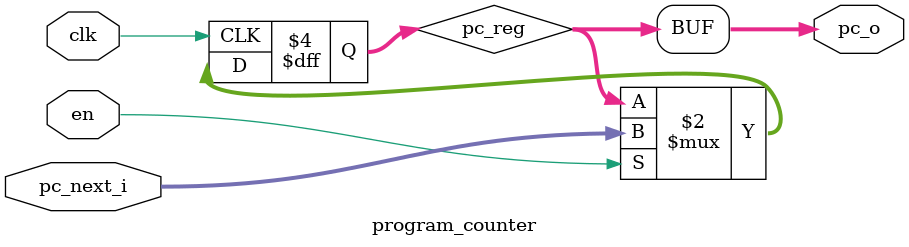
<source format=v>
`timescale 1ns / 1ps


module program_counter(
        input               clk, en,
        input  [31:0]       pc_next_i,
        output [31:0]       pc_o
    );


    reg [31:0] pc_reg = 32'h80000000;
    
    always @(posedge clk) begin
        pc_reg <= en ? pc_next_i : pc_reg;
    end

    assign pc_o = pc_reg;


endmodule

</source>
